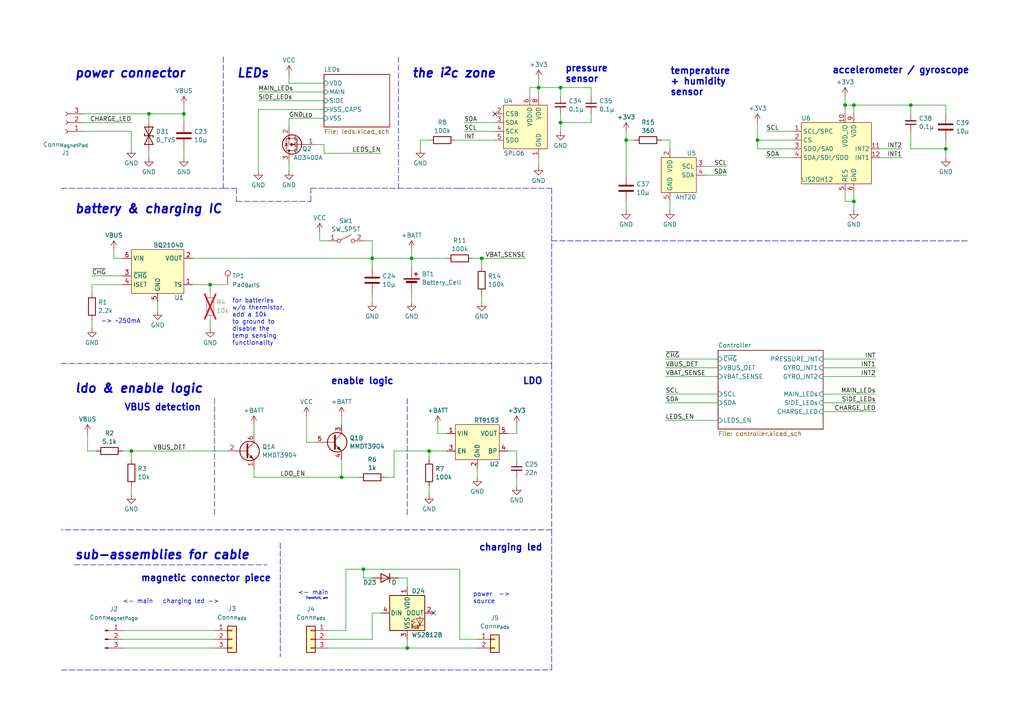
<source format=kicad_sch>
(kicad_sch (version 20230121) (generator eeschema)
  (paper "A4")
  (title_block (title "Self contained addressible RGB ring for 3M 501") (date "2024-01-08") (rev "r0.1") (company "xenua"))
  (lib_symbols
    (symbol "Connector:Conn_01x03_Pin" (pin_names (offset 1.016) hide)
      (property "Reference" "J" (at 0 5.08 0))
      (property "Value" "Conn_01x03_Pin" (at 0 -5.08 0))
      (symbol "Conn_01x03_Pin_1_1"
        (polyline (pts (xy 1.27 -2.54) (xy 0.8636 -2.54)) (stroke (width 0.1524)))
        (polyline (pts (xy 1.27 0) (xy 0.8636 0)) (stroke (width 0.1524)))
        (polyline (pts (xy 1.27 2.54) (xy 0.8636 2.54)) (stroke (width 0.1524)))
        (rectangle (start 0.8636 -2.413) (end 0 -2.667) (stroke (width 0.1524)) (fill (type outline)))
        (rectangle (start 0.8636 0.127) (end 0 -0.127) (stroke (width 0.1524)) (fill (type outline)))
        (rectangle (start 0.8636 2.667) (end 0 2.413) (stroke (width 0.1524)) (fill (type outline)))
        (pin passive line (at 5.08 2.54 180) (length 3.81) (name "Pin_1") (number "1"))
        (pin passive line (at 5.08 0 180) (length 3.81) (name "Pin_2") (number "2"))
        (pin passive line (at 5.08 -2.54 180) (length 3.81) (name "Pin_3") (number "3"))
      )
    )
    (symbol "Connector:Conn_01x03_Socket" (pin_names (offset 1.016) hide)
      (property "Reference" "J" (at 0 5.08 0))
      (property "Value" "Conn_01x03_Socket" (at 0 -5.08 0))
      (symbol "Conn_01x03_Socket_1_1"
        (arc (start 0 -2.032) (mid -0.5058 -2.54) (end 0 -3.048) (stroke (width 0.1524)))
        (polyline (pts (xy -1.27 -2.54) (xy -0.508 -2.54)) (stroke (width 0.1524)))
        (polyline (pts (xy -1.27 0) (xy -0.508 0)) (stroke (width 0.1524)))
        (polyline (pts (xy -1.27 2.54) (xy -0.508 2.54)) (stroke (width 0.1524)))
        (arc (start 0 0.508) (mid -0.5058 0) (end 0 -0.508) (stroke (width 0.1524)))
        (arc (start 0 3.048) (mid -0.5058 2.54) (end 0 2.032) (stroke (width 0.1524)))
        (pin passive line (at -5.08 2.54 0) (length 3.81) (name "Pin_1") (number "1"))
        (pin passive line (at -5.08 0 0) (length 3.81) (name "Pin_2") (number "2"))
        (pin passive line (at -5.08 -2.54 0) (length 3.81) (name "Pin_3") (number "3"))
      )
    )
    (symbol "Connector:TestPoint" (pin_numbers hide) (pin_names (offset 0.762) hide)
      (property "Reference" "TP" (at 0 6.858 0))
      (property "Value" "TestPoint" (at 0 5.08 0))
      (symbol "TestPoint_0_1"
        (circle (center 0 3.302) (radius 0.762))
      )
      (symbol "TestPoint_1_1"
        (pin passive line (at 0 0 90) (length 2.54) (name "1") (number "1"))
      )
    )
    (symbol "Connector_Generic:Conn_01x02" (pin_names (offset 1.016) hide)
      (property "Reference" "J" (at 0 2.54 0))
      (property "Value" "Conn_01x02" (at 0 -5.08 0))
      (symbol "Conn_01x02_1_1"
        (rectangle (start -1.27 -2.413) (end 0 -2.667) (stroke (width 0.1524)))
        (rectangle (start -1.27 0.127) (end 0 -0.127) (stroke (width 0.1524)))
        (rectangle (start -1.27 1.27) (end 1.27 -3.81) (stroke (width 0.254)) (fill (type background)))
        (pin passive line (at -5.08 0 0) (length 3.81) (name "Pin_1") (number "1"))
        (pin passive line (at -5.08 -2.54 0) (length 3.81) (name "Pin_2") (number "2"))
      )
    )
    (symbol "Connector_Generic:Conn_01x03" (pin_names (offset 1.016) hide)
      (property "Reference" "J" (at 0 5.08 0))
      (property "Value" "Conn_01x03" (at 0 -5.08 0))
      (symbol "Conn_01x03_1_1"
        (rectangle (start -1.27 -2.413) (end 0 -2.667) (stroke (width 0.1524)))
        (rectangle (start -1.27 0.127) (end 0 -0.127) (stroke (width 0.1524)))
        (rectangle (start -1.27 2.667) (end 0 2.413) (stroke (width 0.1524)))
        (rectangle (start -1.27 3.81) (end 1.27 -3.81) (stroke (width 0.254)) (fill (type background)))
        (pin passive line (at -5.08 2.54 0) (length 3.81) (name "Pin_1") (number "1"))
        (pin passive line (at -5.08 0 0) (length 3.81) (name "Pin_2") (number "2"))
        (pin passive line (at -5.08 -2.54 0) (length 3.81) (name "Pin_3") (number "3"))
      )
    )
    (symbol "Device:Battery_Cell" (pin_numbers hide) (pin_names (offset 0) hide)
      (property "Reference" "BT" (at 2.54 2.54 0))
      (property "Value" "Battery_Cell" (at 2.54 0 0))
      (symbol "Battery_Cell_0_1"
        (rectangle (start -2.286 1.778) (end 2.286 1.524) (fill (type outline)))
        (rectangle (start -1.524 1.016) (end 1.524 0.508) (fill (type outline)))
        (polyline (pts (xy 0 0.762) (xy 0 0)))
        (polyline (pts (xy 0 1.778) (xy 0 2.54)))
        (polyline (pts (xy 0.762 3.048) (xy 1.778 3.048)) (stroke (width 0.254)))
        (polyline (pts (xy 1.27 3.556) (xy 1.27 2.54)) (stroke (width 0.254)))
      )
      (symbol "Battery_Cell_1_1"
        (pin passive line (at 0 5.08 270) (length 2.54) (name "+") (number "1"))
        (pin passive line (at 0 -2.54 90) (length 2.54) (name "-") (number "2"))
      )
    )
    (symbol "Device:C" (pin_numbers hide) (pin_names (offset 0.254))
      (property "Reference" "C" (at 0.635 2.54 0))
      (property "Value" "C" (at 0.635 -2.54 0))
      (symbol "C_0_1"
        (polyline (pts (xy -2.032 -0.762) (xy 2.032 -0.762)) (stroke (width 0.508)))
        (polyline (pts (xy -2.032 0.762) (xy 2.032 0.762)) (stroke (width 0.508)))
      )
      (symbol "C_1_1"
        (pin passive line (at 0 3.81 270) (length 2.794) (name "~") (number "1"))
        (pin passive line (at 0 -3.81 90) (length 2.794) (name "~") (number "2"))
      )
    )
    (symbol "Device:C_Small" (pin_numbers hide) (pin_names (offset 0.254) hide)
      (property "Reference" "C" (at 0.254 1.778 0))
      (property "Value" "C_Small" (at 0.254 -2.032 0))
      (symbol "C_Small_0_1"
        (polyline (pts (xy -1.524 -0.508) (xy 1.524 -0.508)) (stroke (width 0.3302)))
        (polyline (pts (xy -1.524 0.508) (xy 1.524 0.508)) (stroke (width 0.3048)))
      )
      (symbol "C_Small_1_1"
        (pin passive line (at 0 2.54 270) (length 2.032) (name "~") (number "1"))
        (pin passive line (at 0 -2.54 90) (length 2.032) (name "~") (number "2"))
      )
    )
    (symbol "Device:D" (pin_numbers hide) (pin_names (offset 1.016) hide)
      (property "Reference" "D" (at 0 2.54 0))
      (property "Value" "D" (at 0 -2.54 0))
      (symbol "D_0_1"
        (polyline (pts (xy -1.27 1.27) (xy -1.27 -1.27)) (stroke (width 0.254)))
        (polyline (pts (xy 1.27 0) (xy -1.27 0)))
        (polyline (pts (xy 1.27 1.27) (xy 1.27 -1.27) (xy -1.27 0) (xy 1.27 1.27)) (stroke (width 0.254)))
      )
      (symbol "D_1_1"
        (pin passive line (at -3.81 0 0) (length 2.54) (name "K") (number "1"))
        (pin passive line (at 3.81 0 180) (length 2.54) (name "A") (number "2"))
      )
    )
    (symbol "Device:D_TVS" (pin_numbers hide) (pin_names (offset 1.016) hide)
      (property "Reference" "D" (at 0 2.54 0))
      (property "Value" "D_TVS" (at 0 -2.54 0))
      (symbol "D_TVS_0_1"
        (polyline (pts (xy 1.27 0) (xy -1.27 0)))
        (polyline (pts (xy 0.508 1.27) (xy 0 1.27) (xy 0 -1.27) (xy -0.508 -1.27)) (stroke (width 0.254)))
        (polyline (pts (xy -2.54 1.27) (xy -2.54 -1.27) (xy 2.54 1.27) (xy 2.54 -1.27) (xy -2.54 1.27)) (stroke (width 0.254)))
      )
      (symbol "D_TVS_1_1"
        (pin passive line (at -3.81 0 0) (length 2.54) (name "A1") (number "1"))
        (pin passive line (at 3.81 0 180) (length 2.54) (name "A2") (number "2"))
      )
    )
    (symbol "Device:R" (pin_numbers hide) (pin_names (offset 0))
      (property "Reference" "R" (at 2.032 0 90))
      (property "Value" "R" (at 0 0 90))
      (symbol "R_0_1"
        (rectangle (start -1.016 -2.54) (end 1.016 2.54) (stroke (width 0.254)))
      )
      (symbol "R_1_1"
        (pin passive line (at 0 3.81 270) (length 1.27) (name "~") (number "1"))
        (pin passive line (at 0 -3.81 90) (length 1.27) (name "~") (number "2"))
      )
    )
    (symbol "LED:WS2812B" (pin_names (offset 0.254))
      (property "Reference" "D" (at 5.08 5.715 0))
      (property "Value" "WS2812B" (at 1.27 -5.715 0))
      (symbol "WS2812B_0_0"
        (text "RGB" (at 2.286 -4.191 0) (effects (font (size 0.762 0.762))))
      )
      (symbol "WS2812B_0_1"
        (polyline (pts (xy 1.27 -3.556) (xy 1.778 -3.556)))
        (polyline (pts (xy 1.27 -2.54) (xy 1.778 -2.54)))
        (polyline (pts (xy 4.699 -3.556) (xy 2.667 -3.556)))
        (polyline (pts (xy 2.286 -2.54) (xy 1.27 -3.556) (xy 1.27 -3.048)))
        (polyline (pts (xy 2.286 -1.524) (xy 1.27 -2.54) (xy 1.27 -2.032)))
        (polyline (pts (xy 3.683 -1.016) (xy 3.683 -3.556) (xy 3.683 -4.064)))
        (polyline (pts (xy 4.699 -1.524) (xy 2.667 -1.524) (xy 3.683 -3.556) (xy 4.699 -1.524)))
        (rectangle (start 5.08 5.08) (end -5.08 -5.08) (stroke (width 0.254)) (fill (type background)))
      )
      (symbol "WS2812B_1_1"
        (pin power_in line (at 0 7.62 270) (length 2.54) (name "VDD") (number "1"))
        (pin output line (at 7.62 0 180) (length 2.54) (name "DOUT") (number "2"))
        (pin power_in line (at 0 -7.62 90) (length 2.54) (name "VSS") (number "3"))
        (pin input line (at -7.62 0 0) (length 2.54) (name "DIN") (number "4"))
      )
    )
    (symbol "Switch:SW_SPST" (pin_names (offset 0) hide)
      (property "Reference" "SW" (at 0 3.175 0))
      (property "Value" "SW_SPST" (at 0 -2.54 0))
      (symbol "SW_SPST_0_0"
        (circle (center -2.032 0) (radius 0.508))
        (polyline (pts (xy -1.524 0.254) (xy 1.524 1.778)))
        (circle (center 2.032 0) (radius 0.508))
      )
      (symbol "SW_SPST_1_1"
        (pin passive line (at -5.08 0 0) (length 2.54) (name "A") (number "1"))
        (pin passive line (at 5.08 0 180) (length 2.54) (name "B") (number "2"))
      )
    )
    (symbol "Transistor_BJT:MMDT3904" (pin_names (offset 0) hide)
      (property "Reference" "Q" (at 5.08 1.27 0))
      (property "Value" "MMDT3904" (at 5.08 -1.27 0))
      (symbol "MMDT3904_0_1"
        (polyline (pts (xy 0.635 0) (xy -2.54 0)))
        (polyline (pts (xy 0.635 0.635) (xy 2.54 2.54)))
        (polyline (pts (xy 0.635 -0.635) (xy 2.54 -2.54) (xy 2.54 -2.54)))
        (polyline (pts (xy 0.635 1.905) (xy 0.635 -1.905) (xy 0.635 -1.905)) (stroke (width 0.508)))
        (polyline (pts (xy 1.27 -1.778) (xy 1.778 -1.27) (xy 2.286 -2.286) (xy 1.27 -1.778) (xy 1.27 -1.778)) (fill (type outline)))
        (circle (center 1.27 0) (radius 2.8194) (stroke (width 0.254)))
      )
      (symbol "MMDT3904_1_1"
        (pin passive line (at 2.54 -5.08 90) (length 2.54) (name "E1") (number "1"))
        (pin input line (at -5.08 0 0) (length 2.54) (name "B1") (number "2"))
        (pin passive line (at 2.54 5.08 270) (length 2.54) (name "C1") (number "6"))
      )
      (symbol "MMDT3904_2_1"
        (pin passive line (at 2.54 5.08 270) (length 2.54) (name "C2") (number "3"))
        (pin passive line (at 2.54 -5.08 90) (length 2.54) (name "E2") (number "4"))
        (pin input line (at -5.08 0 0) (length 2.54) (name "B2") (number "5"))
      )
    )
    (symbol "Transistor_FET:AO3400A" (pin_names hide)
      (property "Reference" "Q" (at 5.08 1.905 0))
      (property "Value" "AO3400A" (at 5.08 0 0))
      (symbol "AO3400A_0_1"
        (polyline (pts (xy 0.254 0) (xy -2.54 0)))
        (polyline (pts (xy 0.254 1.905) (xy 0.254 -1.905)) (stroke (width 0.254)))
        (polyline (pts (xy 0.762 -1.27) (xy 0.762 -2.286)) (stroke (width 0.254)))
        (polyline (pts (xy 0.762 0.508) (xy 0.762 -0.508)) (stroke (width 0.254)))
        (polyline (pts (xy 0.762 2.286) (xy 0.762 1.27)) (stroke (width 0.254)))
        (polyline (pts (xy 2.54 2.54) (xy 2.54 1.778)))
        (polyline (pts (xy 2.54 -2.54) (xy 2.54 0) (xy 0.762 0)))
        (polyline (pts (xy 0.762 -1.778) (xy 3.302 -1.778) (xy 3.302 1.778) (xy 0.762 1.778)))
        (polyline (pts (xy 1.016 0) (xy 2.032 0.381) (xy 2.032 -0.381) (xy 1.016 0)) (fill (type outline)))
        (polyline (pts (xy 2.794 0.508) (xy 2.921 0.381) (xy 3.683 0.381) (xy 3.81 0.254)))
        (polyline (pts (xy 3.302 0.381) (xy 2.921 -0.254) (xy 3.683 -0.254) (xy 3.302 0.381)))
        (circle (center 1.651 0) (radius 2.794) (stroke (width 0.254)))
        (circle (center 2.54 -1.778) (radius 0.254) (fill (type outline)))
        (circle (center 2.54 1.778) (radius 0.254) (fill (type outline)))
      )
      (symbol "AO3400A_1_1"
        (pin input line (at -5.08 0 0) (length 2.54) (name "G") (number "1"))
        (pin passive line (at 2.54 -5.08 90) (length 2.54) (name "S") (number "2"))
        (pin passive line (at 2.54 5.08 270) (length 2.54) (name "D") (number "3"))
      )
    )
    (symbol "power:+3V3" (power) (pin_names (offset 0))
      (property "Value" "+3V3" (at 0 3.556 0))
      (symbol "+3V3_0_1"
        (polyline (pts (xy -0.762 1.27) (xy 0 2.54)))
        (polyline (pts (xy 0 0) (xy 0 2.54)))
        (polyline (pts (xy 0 2.54) (xy 0.762 1.27)))
      )
      (symbol "+3V3_1_1"
        (pin power_in line (at 0 0 90) (length 0) hide (name "+3V3") (number "1"))
      )
    )
    (symbol "power:+BATT" (power) (pin_names (offset 0))
      (property "Value" "+BATT" (at 0 3.556 0))
      (symbol "+BATT_0_1"
        (polyline (pts (xy -0.762 1.27) (xy 0 2.54)))
        (polyline (pts (xy 0 0) (xy 0 2.54)))
        (polyline (pts (xy 0 2.54) (xy 0.762 1.27)))
      )
      (symbol "+BATT_1_1"
        (pin power_in line (at 0 0 90) (length 0) hide (name "+BATT") (number "1"))
      )
    )
    (symbol "power:GND" (power) (pin_names (offset 0))
      (property "Value" "GND" (at 0 -3.81 0))
      (symbol "GND_0_1"
        (polyline (pts (xy 0 0) (xy 0 -1.27) (xy 1.27 -1.27) (xy 0 -2.54) (xy -1.27 -1.27) (xy 0 -1.27)))
      )
      (symbol "GND_1_1"
        (pin power_in line (at 0 0 270) (length 0) hide (name "GND") (number "1"))
      )
    )
    (symbol "power:VBUS" (power) (pin_names (offset 0))
      (property "Value" "VBUS" (at 0 3.81 0))
      (symbol "VBUS_0_1"
        (polyline (pts (xy -0.762 1.27) (xy 0 2.54)))
        (polyline (pts (xy 0 0) (xy 0 2.54)))
        (polyline (pts (xy 0 2.54) (xy 0.762 1.27)))
      )
      (symbol "VBUS_1_1"
        (pin power_in line (at 0 0 90) (length 0) hide (name "VBUS") (number "1"))
      )
    )
    (symbol "power:VCC" (power) (pin_names (offset 0))
      (property "Value" "VCC" (at 0 3.81 0))
      (symbol "VCC_0_1"
        (polyline (pts (xy -0.762 1.27) (xy 0 2.54)))
        (polyline (pts (xy 0 0) (xy 0 2.54)))
        (polyline (pts (xy 0 2.54) (xy 0.762 1.27)))
      )
      (symbol "VCC_1_1"
        (pin power_in line (at 0 0 90) (length 0) hide (name "VCC") (number "1"))
      )
    )
    (symbol "xenua:AHT20"
      (property "Reference" "U" (at 5.08 6.35 0))
      (property "Value" "AHT20" (at 5.08 -6.35 0))
      (symbol "AHT20_0_1"
        (rectangle (start 3.81 -5.08) (end 3.81 -5.08))
      )
      (symbol "AHT20_1_1"
        (rectangle (start -5.08 5.08) (end 5.08 -5.08) (fill (type background)))
        (pin no_connect line (at 7.62 -2.54 180) (length 2.54) hide (name "NC") (number "1"))
        (pin power_in line (at -2.54 7.62 270) (length 2.54) (name "VDD") (number "2"))
        (pin input line (at 7.62 2.54 180) (length 2.54) (name "SCL") (number "3"))
        (pin input line (at 7.62 0 180) (length 2.54) (name "SDA") (number "4"))
        (pin power_in line (at -2.54 -7.62 90) (length 2.54) (name "GND") (number "5"))
        (pin no_connect line (at 7.62 -2.54 180) (length 2.54) hide (name "NC") (number "6"))
      )
    )
    (symbol "xenua:BQ21040"
      (property "Reference" "U" (at 7.62 -7.62 0))
      (property "Value" "BQ21040" (at 7.62 7.62 0))
      (symbol "BQ21040_1_1"
        (rectangle (start -7.62 6.35) (end 7.62 -6.35) (fill (type background)))
        (pin input line (at 10.16 -3.81 180) (length 2.54) (name "TS") (number "1"))
        (pin power_out line (at 10.16 3.81 180) (length 2.54) (name "VOUT") (number "2"))
        (pin output line (at -10.16 -1.27 0) (length 2.54) (name "~{CHG}") (number "3"))
        (pin input line (at -10.16 -3.81 0) (length 2.54) (name "ISET") (number "4"))
        (pin power_in line (at 0 -8.89 90) (length 2.54) (name "GND") (number "5"))
        (pin power_in line (at -10.16 3.81 0) (length 2.54) (name "VIN") (number "6"))
      )
    )
    (symbol "xenua:LIS2DH12"
      (property "Reference" "U" (at 0 1.27 0))
      (property "Value" "LIS2DH12" (at 0 -16.51 0))
      (symbol "LIS2DH12_1_1"
        (rectangle (start 0 0) (end 20.32 -17.78) (fill (type background)))
        (pin input line (at -2.54 -2.54 0) (length 2.54) (name "SCL/SPC") (number "1"))
        (pin power_in line (at 12.7 2.54 270) (length 2.54) (name "VDD_IO") (number "10"))
        (pin output line (at 22.86 -7.62 180) (length 2.54) (name "INT2") (number "11"))
        (pin output line (at 22.86 -10.16 180) (length 2.54) (name "INT1") (number "12"))
        (pin input line (at -2.54 -5.08 0) (length 2.54) (name "CS") (number "2"))
        (pin bidirectional line (at -2.54 -7.62 0) (length 2.54) (name "SDO/SA0") (number "3"))
        (pin bidirectional line (at -2.54 -10.16 0) (length 2.54) (name "SDA/SDI/SDO") (number "4"))
        (pin bidirectional line (at 12.7 -20.32 90) (length 2.54) (name "RES") (number "5"))
        (pin power_in line (at 15.24 -20.32 90) (length 2.54) (name "GND") (number "6"))
        (pin power_in line (at 15.24 -20.32 90) (length 2.54) hide (name "GND") (number "7"))
        (pin power_in line (at 15.24 -20.32 90) (length 2.54) hide (name "GND") (number "8"))
        (pin power_in line (at 15.24 2.54 270) (length 2.54) (name "VDD") (number "9"))
      )
    )
    (symbol "xenua:RT9193"
      (property "Reference" "U" (at 6.35 -6.35 0))
      (property "Value" "RT9193" (at 6.35 6.35 0))
      (symbol "RT9193_1_1"
        (rectangle (start -6.35 5.08) (end 6.35 -5.08) (fill (type background)))
        (pin power_in line (at -8.89 2.54 0) (length 2.54) (name "VIN") (number "1"))
        (pin power_in line (at 0 -7.62 90) (length 2.54) (name "GND") (number "2"))
        (pin input line (at -8.89 -2.54 0) (length 2.54) (name "EN") (number "3"))
        (pin output line (at 8.89 -2.54 180) (length 2.54) (name "BP") (number "4"))
        (pin power_out line (at 8.89 2.54 180) (length 2.54) (name "VOUT") (number "5"))
      )
    )
    (symbol "xenua:SPL06"
      (property "Reference" "U" (at -6.35 7.62 0))
      (property "Value" "SPL06" (at -6.35 -7.62 0))
      (symbol "SPL06_1_1"
        (rectangle (start -6.35 6.35) (end 6.35 -6.35) (fill (type background)))
        (pin power_in line (at 3.81 -8.89 90) (length 2.54) (name "GND") (number "1"))
        (pin input line (at -8.89 3.81 0) (length 2.54) (name "CSB") (number "2"))
        (pin input line (at -8.89 1.27 0) (length 2.54) (name "SDA") (number "3"))
        (pin input line (at -8.89 -1.27 0) (length 2.54) (name "SCK") (number "4"))
        (pin bidirectional line (at -8.89 -3.81 0) (length 2.54) (name "SDO") (number "5"))
        (pin power_in line (at 1.27 8.89 270) (length 2.54) (name "VDDIO") (number "6"))
        (pin power_in line (at 3.81 -8.89 90) (length 2.54) hide (name "GND") (number "7"))
        (pin power_in line (at 3.81 8.89 270) (length 2.54) (name "VDD") (number "8"))
      )
    )
  )
  (junction (at 99.06 138.43))
  (junction (at 219.71 40.64))
  (junction (at 264.16 30.48))
  (junction (at 118.11 187.96))
  (junction (at 274.32 43.18))
  (junction (at 245.11 30.48))
  (junction (at 162.56 35.56))
  (junction (at 162.56 25.4))
  (junction (at 247.65 30.48))
  (junction (at 139.7 74.93))
  (junction (at 43.18 33.02))
  (junction (at 38.1 130.81))
  (junction (at 60.96 82.55))
  (junction (at 181.61 40.64))
  (junction (at 119.38 74.93))
  (junction (at 107.95 74.93))
  (junction (at 124.46 130.81))
  (junction (at 156.21 25.4))
  (junction (at 247.65 58.42))
  (junction (at 105.41 165.1))
  (junction (at 53.34 33.02))
  (no_connect (at 125.73 177.8))
  (no_connect (at 143.51 33.02))
  (wire (pts (xy 149.86 123.19) (xy 149.86 125.73)))
  (wire (pts (xy 83.82 34.29) (xy 93.98 34.29)))
  (wire (pts (xy 149.86 130.81) (xy 147.32 130.81)))
  (polyline (pts (xy 81.28 157.48) (xy 81.28 190.5)) (stroke (width 0) (type dash)))
  (wire (pts (xy 83.82 36.83) (xy 83.82 34.29)))
  (wire (pts (xy 194.31 40.64) (xy 194.31 43.18)))
  (wire (pts (xy 238.76 119.38) (xy 254 119.38)))
  (wire (pts (xy 92.71 67.31) (xy 92.71 69.85)))
  (wire (pts (xy 35.56 74.93) (xy 33.02 74.93)))
  (polyline (pts (xy 160.02 54.61) (xy 160.02 105.41)) (stroke (width 0) (type dash)))
  (wire (pts (xy 93.98 41.91) (xy 93.98 44.45)))
  (wire (pts (xy 204.47 50.8) (xy 210.82 50.8)))
  (wire (pts (xy 25.4 125.73) (xy 25.4 130.81)))
  (wire (pts (xy 139.7 74.93) (xy 137.16 74.93)))
  (wire (pts (xy 162.56 35.56) (xy 162.56 38.1)))
  (wire (pts (xy 181.61 40.64) (xy 184.15 40.64)))
  (polyline (pts (xy 90.17 54.61) (xy 115.57 54.61)) (stroke (width 0) (type dash)))
  (wire (pts (xy 264.16 43.18) (xy 274.32 43.18)))
  (wire (pts (xy 35.56 82.55) (xy 26.67 82.55)))
  (wire (pts (xy 107.95 74.93) (xy 107.95 69.85)))
  (wire (pts (xy 53.34 33.02) (xy 53.34 35.56)))
  (wire (pts (xy 107.95 85.09) (xy 107.95 87.63)))
  (wire (pts (xy 193.04 116.84) (xy 208.28 116.84)))
  (wire (pts (xy 219.71 35.56) (xy 219.71 40.64)))
  (polyline (pts (xy 90.17 58.42) (xy 90.17 54.61)) (stroke (width 0) (type dash)))
  (polyline (pts (xy 17.78 54.61) (xy 64.77 54.61)) (stroke (width 0) (type dash)))
  (wire (pts (xy 162.56 35.56) (xy 171.45 35.56)))
  (wire (pts (xy 238.76 116.84) (xy 254 116.84)))
  (wire (pts (xy 162.56 33.02) (xy 162.56 35.56)))
  (wire (pts (xy 124.46 130.81) (xy 124.46 133.35)))
  (wire (pts (xy 73.66 123.19) (xy 73.66 125.73)))
  (wire (pts (xy 83.82 21.59) (xy 83.82 24.13)))
  (wire (pts (xy 193.04 104.14) (xy 208.28 104.14)))
  (wire (pts (xy 264.16 30.48) (xy 264.16 33.02)))
  (wire (pts (xy 171.45 25.4) (xy 162.56 25.4)))
  (wire (pts (xy 162.56 25.4) (xy 156.21 25.4)))
  (wire (pts (xy 156.21 25.4) (xy 156.21 27.94)))
  (wire (pts (xy 24.13 33.02) (xy 43.18 33.02)))
  (wire (pts (xy 74.93 29.21) (xy 93.98 29.21)))
  (wire (pts (xy 119.38 85.09) (xy 119.38 87.63)))
  (wire (pts (xy 194.31 58.42) (xy 194.31 60.96)))
  (wire (pts (xy 124.46 40.64) (xy 121.92 40.64)))
  (wire (pts (xy 93.98 44.45) (xy 110.49 44.45)))
  (polyline (pts (xy 118.11 115.57) (xy 118.11 149.86)) (stroke (width 0) (type dash)))
  (wire (pts (xy 193.04 109.22) (xy 208.28 109.22)))
  (wire (pts (xy 26.67 82.55) (xy 26.67 85.09)))
  (wire (pts (xy 83.82 46.99) (xy 83.82 49.53)))
  (wire (pts (xy 91.44 41.91) (xy 93.98 41.91)))
  (wire (pts (xy 245.11 55.88) (xy 245.11 58.42)))
  (wire (pts (xy 74.93 31.75) (xy 74.93 49.53)))
  (wire (pts (xy 100.33 165.1) (xy 105.41 165.1)))
  (wire (pts (xy 107.95 177.8) (xy 110.49 177.8)))
  (wire (pts (xy 181.61 38.1) (xy 181.61 40.64)))
  (wire (pts (xy 139.7 74.93) (xy 152.4 74.93)))
  (wire (pts (xy 274.32 33.02) (xy 274.32 30.48)))
  (wire (pts (xy 38.1 130.81) (xy 38.1 133.35)))
  (wire (pts (xy 139.7 85.09) (xy 139.7 87.63)))
  (wire (pts (xy 60.96 92.71) (xy 60.96 95.25)))
  (polyline (pts (xy 160.02 69.85) (xy 280.67 69.85)) (stroke (width 0) (type dash)))
  (wire (pts (xy 156.21 22.86) (xy 156.21 25.4)))
  (wire (pts (xy 274.32 43.18) (xy 274.32 40.64)))
  (wire (pts (xy 95.25 182.88) (xy 100.33 182.88)))
  (wire (pts (xy 53.34 45.72) (xy 53.34 43.18)))
  (wire (pts (xy 149.86 138.43) (xy 149.86 140.97)))
  (wire (pts (xy 115.57 167.64) (xy 118.11 167.64)))
  (wire (pts (xy 238.76 109.22) (xy 254 109.22)))
  (wire (pts (xy 60.96 85.09) (xy 60.96 82.55)))
  (wire (pts (xy 191.77 40.64) (xy 194.31 40.64)))
  (wire (pts (xy 95.25 187.96) (xy 118.11 187.96)))
  (polyline (pts (xy 68.58 54.61) (xy 68.58 58.42)) (stroke (width 0) (type dash)))
  (wire (pts (xy 171.45 33.02) (xy 171.45 35.56)))
  (wire (pts (xy 134.62 35.56) (xy 143.51 35.56)))
  (wire (pts (xy 119.38 74.93) (xy 119.38 77.47)))
  (polyline (pts (xy 115.57 54.61) (xy 133.35 54.61)) (stroke (width 0) (type dash)))
  (wire (pts (xy 238.76 106.68) (xy 254 106.68)))
  (polyline (pts (xy 115.57 16.51) (xy 115.57 54.61)) (stroke (width 0) (type dash)))
  (wire (pts (xy 247.65 58.42) (xy 247.65 60.96)))
  (wire (pts (xy 132.08 40.64) (xy 143.51 40.64)))
  (wire (pts (xy 147.32 125.73) (xy 149.86 125.73)))
  (wire (pts (xy 99.06 138.43) (xy 104.14 138.43)))
  (wire (pts (xy 247.65 30.48) (xy 264.16 30.48)))
  (wire (pts (xy 35.56 185.42) (xy 62.23 185.42)))
  (wire (pts (xy 107.95 185.42) (xy 95.25 185.42)))
  (wire (pts (xy 53.34 30.48) (xy 53.34 33.02)))
  (wire (pts (xy 222.25 38.1) (xy 229.87 38.1)))
  (wire (pts (xy 38.1 140.97) (xy 38.1 143.51)))
  (wire (pts (xy 153.67 27.94) (xy 153.67 25.4)))
  (wire (pts (xy 204.47 48.26) (xy 210.82 48.26)))
  (wire (pts (xy 38.1 38.1) (xy 24.13 38.1)))
  (wire (pts (xy 73.66 135.89) (xy 73.66 138.43)))
  (wire (pts (xy 100.33 182.88) (xy 100.33 165.1)))
  (wire (pts (xy 25.4 130.81) (xy 27.94 130.81)))
  (wire (pts (xy 43.18 33.02) (xy 53.34 33.02)))
  (polyline (pts (xy 133.35 54.61) (xy 160.02 54.61)) (stroke (width 0) (type dash)))
  (wire (pts (xy 247.65 58.42) (xy 247.65 55.88)))
  (wire (pts (xy 222.25 45.72) (xy 229.87 45.72)))
  (wire (pts (xy 134.62 38.1) (xy 143.51 38.1)))
  (wire (pts (xy 24.13 35.56) (xy 38.1 35.56)))
  (wire (pts (xy 60.96 82.55) (xy 66.04 82.55)))
  (wire (pts (xy 181.61 40.64) (xy 181.61 50.8)))
  (wire (pts (xy 45.72 90.17) (xy 45.72 87.63)))
  (polyline (pts (xy 62.23 115.57) (xy 62.23 149.86)) (stroke (width 0) (type dash)))
  (wire (pts (xy 43.18 43.18) (xy 43.18 45.72)))
  (wire (pts (xy 26.67 92.71) (xy 26.67 95.25)))
  (wire (pts (xy 247.65 30.48) (xy 245.11 30.48)))
  (wire (pts (xy 245.11 58.42) (xy 247.65 58.42)))
  (wire (pts (xy 127 125.73) (xy 129.54 125.73)))
  (wire (pts (xy 35.56 182.88) (xy 62.23 182.88)))
  (wire (pts (xy 35.56 187.96) (xy 62.23 187.96)))
  (wire (pts (xy 107.95 74.93) (xy 107.95 77.47)))
  (wire (pts (xy 107.95 167.64) (xy 105.41 167.64)))
  (wire (pts (xy 118.11 187.96) (xy 138.43 187.96)))
  (wire (pts (xy 38.1 130.81) (xy 66.04 130.81)))
  (wire (pts (xy 105.41 69.85) (xy 107.95 69.85)))
  (wire (pts (xy 229.87 40.64) (xy 219.71 40.64)))
  (polyline (pts (xy 64.77 16.51) (xy 64.77 54.61)) (stroke (width 0) (type dash)))
  (wire (pts (xy 121.92 40.64) (xy 121.92 43.18)))
  (polyline (pts (xy 17.78 105.41) (xy 160.02 105.41)) (stroke (width 0) (type dash)))
  (wire (pts (xy 153.67 25.4) (xy 156.21 25.4)))
  (polyline (pts (xy 64.77 54.61) (xy 68.58 54.61)) (stroke (width 0) (type dash)))
  (polyline (pts (xy 68.58 58.42) (xy 90.17 58.42)) (stroke (width 0) (type dash)))
  (wire (pts (xy 107.95 74.93) (xy 119.38 74.93)))
  (wire (pts (xy 274.32 43.18) (xy 274.32 45.72)))
  (wire (pts (xy 107.95 177.8) (xy 107.95 185.42)))
  (wire (pts (xy 219.71 43.18) (xy 219.71 40.64)))
  (wire (pts (xy 162.56 25.4) (xy 162.56 27.94)))
  (wire (pts (xy 193.04 121.92) (xy 208.28 121.92)))
  (wire (pts (xy 93.98 31.75) (xy 74.93 31.75)))
  (wire (pts (xy 264.16 30.48) (xy 274.32 30.48)))
  (wire (pts (xy 74.93 26.67) (xy 93.98 26.67)))
  (wire (pts (xy 255.27 45.72) (xy 261.62 45.72)))
  (polyline (pts (xy 160.02 105.41) (xy 160.02 153.67)) (stroke (width 0) (type dash)))
  (wire (pts (xy 219.71 43.18) (xy 229.87 43.18)))
  (wire (pts (xy 193.04 114.3) (xy 208.28 114.3)))
  (wire (pts (xy 138.43 135.89) (xy 138.43 138.43)))
  (polyline (pts (xy 17.78 194.31) (xy 160.02 194.31)) (stroke (width 0) (type dash)))
  (polyline (pts (xy 160.02 194.31) (xy 160.02 153.67)) (stroke (width 0) (type dash)))
  (wire (pts (xy 238.76 104.14) (xy 254 104.14)))
  (wire (pts (xy 119.38 72.39) (xy 119.38 74.93)))
  (wire (pts (xy 138.43 185.42) (xy 133.35 185.42)))
  (wire (pts (xy 119.38 74.93) (xy 129.54 74.93)))
  (wire (pts (xy 247.65 30.48) (xy 247.65 33.02)))
  (wire (pts (xy 156.21 45.72) (xy 156.21 48.26)))
  (polyline (pts (xy 21.59 163.83) (xy 77.47 163.83)) (stroke (width 0) (type dash)))
  (wire (pts (xy 171.45 27.94) (xy 171.45 25.4)))
  (wire (pts (xy 99.06 133.35) (xy 99.06 138.43)))
  (wire (pts (xy 264.16 38.1) (xy 264.16 43.18)))
  (wire (pts (xy 83.82 24.13) (xy 93.98 24.13)))
  (wire (pts (xy 118.11 167.64) (xy 118.11 170.18)))
  (wire (pts (xy 149.86 133.35) (xy 149.86 130.81)))
  (wire (pts (xy 114.3 138.43) (xy 114.3 130.81)))
  (polyline (pts (xy 160.02 153.67) (xy 17.78 153.67)) (stroke (width 0) (type dash)))
  (wire (pts (xy 181.61 58.42) (xy 181.61 60.96)))
  (wire (pts (xy 124.46 130.81) (xy 129.54 130.81)))
  (wire (pts (xy 105.41 165.1) (xy 133.35 165.1)))
  (wire (pts (xy 99.06 120.65) (xy 99.06 123.19)))
  (wire (pts (xy 124.46 140.97) (xy 124.46 143.51)))
  (wire (pts (xy 43.18 33.02) (xy 43.18 35.56)))
  (wire (pts (xy 255.27 43.18) (xy 261.62 43.18)))
  (wire (pts (xy 238.76 114.3) (xy 254 114.3)))
  (wire (pts (xy 245.11 33.02) (xy 245.11 30.48)))
  (wire (pts (xy 33.02 72.39) (xy 33.02 74.93)))
  (wire (pts (xy 118.11 185.42) (xy 118.11 187.96)))
  (wire (pts (xy 111.76 138.43) (xy 114.3 138.43)))
  (wire (pts (xy 245.11 27.94) (xy 245.11 30.48)))
  (wire (pts (xy 55.88 74.93) (xy 107.95 74.93)))
  (wire (pts (xy 91.44 128.27) (xy 88.9 128.27)))
  (wire (pts (xy 35.56 130.81) (xy 38.1 130.81)))
  (wire (pts (xy 73.66 138.43) (xy 99.06 138.43)))
  (wire (pts (xy 38.1 43.18) (xy 38.1 38.1)))
  (wire (pts (xy 133.35 165.1) (xy 133.35 185.42)))
  (wire (pts (xy 193.04 106.68) (xy 208.28 106.68)))
  (wire (pts (xy 92.71 69.85) (xy 95.25 69.85)))
  (wire (pts (xy 105.41 167.64) (xy 105.41 165.1)))
  (wire (pts (xy 88.9 128.27) (xy 88.9 120.65)))
  (wire (pts (xy 114.3 130.81) (xy 124.46 130.81)))
  (wire (pts (xy 26.67 80.01) (xy 35.56 80.01)))
  (wire (pts (xy 127 123.19) (xy 127 125.73)))
  (wire (pts (xy 60.96 82.55) (xy 55.88 82.55)))
  (wire (pts (xy 139.7 77.47) (xy 139.7 74.93)))
  (text "the i^{2}c zone" (at 119.38 22.86 0) (effects (font (size 2.54 2.54) (thickness 0.508) bold italic) (justify left bottom)))
  (text "LEDs" (at 68.58 22.86 0) (effects (font (size 2.54 2.54) (thickness 0.508) bold italic) (justify left bottom)))
  (text "sub-assemblies for cable" (at 21.59 162.56 0) (effects (font (size 2.54 2.54) (thickness 0.508) bold italic) (justify left bottom)))
  (text "charging led" (at 157.48 160.02 0) (effects (font (size 1.905 1.905) (thickness 0.381) bold) (justify right bottom)))
  (text "LDO" (at 157.48 111.76 0) (effects (font (size 1.905 1.905) (thickness 0.381) bold) (justify right bottom)))
  (text "enable logic" (at 114.3 111.76 0) (effects (font (size 1.905 1.905) (thickness 0.381) bold) (justify right bottom)))
  (text "-> ~250mA" (at 29.21 93.98 0) (effects (font (size 1.27 1.27)) (justify left bottom)))
  (text "<- main" (at 86.36 172.72 0) (effects (font (size 1.27 1.27)) (justify left bottom)))
  (text "for batteries\nw/o thermistor,\nadd a 10k\nto ground to\ndisable the\ntemp sensing\nfunctionality" (at 67.31 100.33 0) (effects (font (size 1.27 1.27)) (justify left bottom)))
  (text "frankfurt, am" (at 95.25 173.99 0) (effects (font (size 0.635 0.635)) (justify right bottom)))
  (text "ldo & enable logic" (at 21.59 114.3 0) (effects (font (size 2.54 2.54) (thickness 0.508) bold italic) (justify left bottom)))
  (text "magnetic connector piece" (at 78.74 168.91 0) (effects (font (size 1.905 1.905) (thickness 0.381) bold) (justify right bottom)))
  (text "pressure\nsensor" (at 163.83 24.13 0) (effects (font (size 1.905 1.905) (thickness 0.381) bold) (justify left bottom)))
  (text "temperature\n+ humidity\nsensor" (at 194.31 27.94 0) (effects (font (size 1.905 1.905) (thickness 0.381) bold) (justify left bottom)))
  (text "accelerometer / gyroscope" (at 241.3 21.59 0) (effects (font (size 1.905 1.905) (thickness 0.381) bold) (justify left bottom)))
  (text "battery & charging IC" (at 21.59 62.23 0) (effects (font (size 2.54 2.54) (thickness 0.508) bold italic) (justify left bottom)))
  (text "power  ->\nsource" (at 137.16 175.26 0) (effects (font (size 1.27 1.27)) (justify left bottom)))
  (text "<- main   charging led ->" (at 35.56 175.26 0) (effects (font (size 1.27 1.27)) (justify left bottom)))
  (text "power connector" (at 21.59 22.86 0) (effects (font (size 2.54 2.54) (thickness 0.508) bold italic) (justify left bottom)))
  (text "VBUS detection" (at 58.42 119.38 0) (effects (font (size 1.905 1.905) (thickness 0.381) bold) (justify right bottom)))
  (label "SCL" (at 134.62 38.1 0))
  (label "SDA" (at 193.04 116.84 0))
  (label "~{CHG}" (at 193.04 104.14 0))
  (label "SCL" (at 210.82 48.26 180))
  (label "GND_{LED}" (at 83.82 34.29 0))
  (label "INT1" (at 261.62 45.72 180))
  (label "LDO_EN" (at 81.28 138.43 0))
  (label "SIDE_LEDs" (at 254 116.84 180))
  (label "MAIN_LEDs" (at 74.93 26.67 0))
  (label "VBAT_SENSE" (at 193.04 109.22 0))
  (label "MAIN_LEDs" (at 254 114.3 180))
  (label "INT2" (at 261.62 43.18 180))
  (label "LEDS_EN" (at 110.49 44.45 180))
  (label "INT1" (at 254 106.68 180))
  (label "SIDE_LEDs" (at 74.93 29.21 0))
  (label "VBUS_DET" (at 193.04 106.68 0))
  (label "SDA" (at 222.25 45.72 0))
  (label "VBAT_SENSE" (at 152.4 74.93 180))
  (label "INT" (at 134.62 40.64 0))
  (label "SCL" (at 222.25 38.1 0))
  (label "INT" (at 254 104.14 180))
  (label "SCL" (at 193.04 114.3 0))
  (label "VBUS_DET" (at 44.45 130.81 0))
  (label "SDA" (at 134.62 35.56 0))
  (label "SDA" (at 210.82 50.8 180))
  (label "INT2" (at 254 109.22 180))
  (label "CHARGE_LED" (at 254 119.38 180))
  (label "LEDS_EN" (at 193.04 121.92 0))
  (label "CHARGE_LED" (at 38.1 35.56 180))
  (label "~{CHG}" (at 26.67 80.01 0))
  (symbol (lib_id "Device:R") (at 133.35 74.93 90) (unit 1)
    (property "Reference" "R11" (at 133.35 69.7697 90))
    (property "Value" "100k" (at 133.35 72.1939 90))
    (property "Footprint" "Resistor_SMD:R_0402_1005Metric" (effects hide))
  )
  (symbol (lib_id "Connector:Conn_01x03_Socket") (at 19.05 35.56 180) (unit 1)
    (property "Reference" "J1" (at 19.05 44.3342 0))
    (property "Value" "Conn_{MagnetPad}" (at 19.05 41.91 0))
    (property "Footprint" "xenua:Conn_Magnet_3p" (effects hide))
  )
  (symbol (lib_id "power:GND") (at 60.96 95.25 0) (unit 1)
    (property "Reference" "#PWR09" (effects hide))
    (property "Value" "GND" (at 60.96 99.3831 0))
  )
  (symbol (lib_id "power:+3V3") (at 181.61 38.1 0) (unit 1)
    (property "Reference" "#PWR044" (effects hide))
    (property "Value" "+3V3" (at 181.61 33.9669 0))
  )
  (symbol (lib_id "power:GND") (at 74.93 49.53 0) (unit 1)
    (property "Reference" "#PWR011" (effects hide))
    (property "Value" "GND" (at 74.93 53.6631 0))
  )
  (symbol (lib_id "power:GND") (at 38.1 143.51 0) (unit 1)
    (property "Reference" "#PWR05" (effects hide))
    (property "Value" "GND" (at 38.1 147.6431 0))
  )
  (symbol (lib_id "Device:Battery_Cell") (at 119.38 82.55 0) (unit 1)
    (property "Reference" "BT1" (at 122.301 79.4964 0) (effects (justify left)))
    (property "Value" "Battery_Cell" (at 122.301 81.9206 0) (effects (justify left)))
    (property "Footprint" "xenua:Bat_Leads" (effects hide))
  )
  (symbol (lib_id "Connector_Generic:Conn_01x03") (at 67.31 185.42 0) (unit 1)
    (property "Reference" "J3" (at 67.31 176.53 0))
    (property "Value" "Conn_{Pads}" (at 67.31 179.07 0))
    (property "Footprint" "Connector_PinHeader_2.54mm:PinHeader_1x03_P2.54mm_Vertical" (effects hide))
  )
  (symbol (lib_id "Device:C") (at 107.95 81.28 0) (unit 1)
    (property "Reference" "C24" (at 110.871 80.0679 0) (effects (justify left)))
    (property "Value" "10µ" (at 110.871 82.4921 0) (effects (justify left)))
    (property "Footprint" "Capacitor_SMD:C_0402_1005Metric" (effects hide))
  )
  (symbol (lib_id "power:GND") (at 247.65 60.96 0) (unit 1)
    (property "Reference" "#PWR049" (effects hide))
    (property "Value" "GND" (at 247.65 65.0931 0))
  )
  (symbol (lib_id "Transistor_FET:AO3400A") (at 86.36 41.91 180) (unit 1)
    (property "Reference" "Q2" (at 87.63 43.18 0) (effects (justify right)))
    (property "Value" "AO3400A" (at 85.09 45.72 0) (effects (justify right)))
    (property "Footprint" "Package_TO_SOT_SMD:SOT-23" (effects hide))
    (property "Datasheet" "http://www.aosmd.com/pdfs/datasheet/AO3400A.pdf" (effects hide))
  )
  (symbol (lib_id "Transistor_BJT:MMDT3904") (at 71.12 130.81 0) (unit 1)
    (property "Reference" "Q1" (at 75.9714 129.5979 0) (effects (justify left)))
    (property "Value" "MMDT3904" (at 75.9714 132.0221 0) (effects (justify left)))
    (property "Footprint" "Package_TO_SOT_SMD:SOT-363_SC-70-6" (effects hide))
    (property "Datasheet" "http://www.diodes.com/_files/datasheets/ds30088.pdf" (effects hide))
    (property "LCSC" "C7472870" (effects hide))
  )
  (symbol (lib_id "power:GND") (at 162.56 38.1 0) (unit 1)
    (property "Reference" "#PWR043" (effects hide))
    (property "Value" "GND" (at 162.56 42.2331 0))
  )
  (symbol (lib_id "power:GND") (at 107.95 87.63 0) (unit 1)
    (property "Reference" "#PWR017" (effects hide))
    (property "Value" "GND" (at 107.95 91.7631 0))
  )
  (symbol (lib_id "power:GND") (at 274.32 45.72 0) (unit 1)
    (property "Reference" "#PWR050" (effects hide))
    (property "Value" "GND" (at 274.32 49.8531 0))
  )
  (symbol (lib_id "power:+3V3") (at 219.71 35.56 0) (unit 1)
    (property "Reference" "#PWR047" (effects hide))
    (property "Value" "+3V3" (at 219.71 31.4269 0))
  )
  (symbol (lib_id "power:VBUS") (at 53.34 30.48 0) (unit 1)
    (property "Reference" "#PWR07" (effects hide))
    (property "Value" "VBUS" (at 53.34 26.3469 0))
  )
  (symbol (lib_id "Connector:TestPoint") (at 66.04 82.55 0) (unit 1)
    (property "Reference" "TP1" (at 67.31 80.01 0) (effects (justify left)))
    (property "Value" "Pad_{BatTS}" (at 67.31 82.55 0) (effects (justify left)))
    (property "Footprint" "TestPoint:TestPoint_Pad_D1.5mm" (effects hide))
  )
  (symbol (lib_id "Device:C") (at 274.32 36.83 0) (unit 1)
    (property "Reference" "C39" (at 277.241 35.6179 0) (effects (justify left)))
    (property "Value" "10µ" (at 277.241 38.0421 0) (effects (justify left)))
    (property "Footprint" "Capacitor_SMD:C_0402_1005Metric" (effects hide))
  )
  (symbol (lib_id "xenua:SPL06") (at 152.4 36.83 0) (unit 1)
    (property "Reference" "U4" (at 146.05 29.21 0) (effects (justify left)))
    (property "Value" "SPL06" (at 146.05 44.45 0) (effects (justify left)))
    (property "Footprint" "xenua:LGA-8_2x2.5mm_P0.65" (effects hide))
  )
  (symbol (lib_id "Switch:SW_SPST") (at 100.33 69.85 0) (unit 1)
    (property "Reference" "SW1" (at 100.33 64.0547 0))
    (property "Value" "SW_SPST" (at 100.33 66.4789 0))
    (property "Footprint" "xenua:SW_MSK12C02-HB" (effects hide))
  )
  (symbol (lib_id "power:+3V3") (at 149.86 123.19 0) (unit 1)
    (property "Reference" "#PWR038" (effects hide))
    (property "Value" "+3V3" (at 149.86 119.0569 0))
  )
  (symbol (lib_id "Device:C_Small") (at 171.45 30.48 0) (mirror y) (unit 1)
    (property "Reference" "C35" (at 173.7741 29.2742 0) (effects (justify right)))
    (property "Value" "0.1µ" (at 173.7741 31.6984 0) (effects (justify right)))
    (property "Footprint" "Capacitor_SMD:C_0402_1005Metric" (effects hide))
  )
  (symbol (lib_id "Device:C_Small") (at 264.16 35.56 180) (unit 1)
    (property "Reference" "C38" (at 266.4841 34.3415 0) (effects (justify right)))
    (property "Value" "0.1µ" (at 266.4841 36.7657 0) (effects (justify right)))
    (property "Footprint" "Capacitor_SMD:C_0402_1005Metric" (effects hide))
  )
  (symbol (lib_id "xenua:AHT20") (at 196.85 50.8 0) (unit 1)
    (property "Reference" "U5" (at 201.93 44.45 0) (effects (justify right)))
    (property "Value" "AHT20" (at 201.93 57.15 0) (effects (justify right)))
    (property "Footprint" "xenua:AHT20" (effects hide))
  )
  (symbol (lib_id "xenua:BQ21040") (at 45.72 78.74 0) (unit 1)
    (property "Reference" "U1" (at 53.34 86.36 0) (effects (justify right)))
    (property "Value" "BQ21040" (at 53.34 71.12 0) (effects (justify right)))
    (property "Footprint" "Package_TO_SOT_SMD:SOT-23-6" (effects hide))
  )
  (symbol (lib_id "Device:R") (at 128.27 40.64 90) (unit 1)
    (property "Reference" "R8" (at 128.27 35.4797 90))
    (property "Value" "100k" (at 128.27 37.9039 90))
    (property "Footprint" "Resistor_SMD:R_0402_1005Metric" (effects hide))
  )
  (symbol (lib_id "Device:D") (at 111.76 167.64 180) (unit 1)
    (property "Reference" "D23" (at 109.22 168.91 0) (effects (justify left)))
    (property "Value" "D" (at 114.3 168.91 0))
    (property "Footprint" "xenua:1N4148" (effects hide))
    (property "Sim.Device" "D" (effects hide))
    (property "Sim.Pins" "1=K 2=A" (effects hide))
  )
  (symbol (lib_id "power:+BATT") (at 73.66 123.19 0) (unit 1)
    (property "Reference" "#PWR010" (effects hide))
    (property "Value" "+BATT" (at 73.66 119.0569 0))
  )
  (symbol (lib_id "power:GND") (at 38.1 43.18 0) (unit 1)
    (property "Reference" "#PWR04" (effects hide))
    (property "Value" "GND" (at 38.1 47.3131 0))
  )
  (symbol (lib_id "power:GND") (at 83.82 49.53 0) (unit 1)
    (property "Reference" "#PWR013" (effects hide))
    (property "Value" "GND" (at 83.82 53.6631 0))
  )
  (symbol (lib_id "power:+BATT") (at 119.38 72.39 0) (unit 1)
    (property "Reference" "#PWR018" (effects hide))
    (property "Value" "+BATT" (at 119.38 68.2569 0))
  )
  (symbol (lib_id "power:GND") (at 138.43 138.43 0) (unit 1)
    (property "Reference" "#PWR023" (effects hide))
    (property "Value" "GND" (at 138.43 142.5631 0))
  )
  (symbol (lib_id "Transistor_BJT:MMDT3904") (at 96.52 128.27 0) (unit 2)
    (property "Reference" "Q1" (at 101.3714 127.0579 0) (effects (justify left)))
    (property "Value" "MMDT3904" (at 101.3714 129.4821 0) (effects (justify left)))
    (property "Footprint" "Package_TO_SOT_SMD:SOT-363_SC-70-6" (effects hide))
    (property "Datasheet" "http://www.diodes.com/_files/datasheets/ds30088.pdf" (effects hide))
    (property "LCSC" "C7472870" (effects hide))
  )
  (symbol (lib_id "Device:R") (at 26.67 88.9 0) (unit 1)
    (property "Reference" "R1" (at 28.448 87.6879 0) (effects (justify left)))
    (property "Value" "2.2k" (at 28.448 90.1121 0) (effects (justify left)))
    (property "Footprint" "Resistor_SMD:R_0402_1005Metric" (effects hide))
  )
  (symbol (lib_id "power:VBUS") (at 33.02 72.39 0) (unit 1)
    (property "Reference" "#PWR03" (effects hide))
    (property "Value" "VBUS" (at 33.02 68.2569 0))
  )
  (symbol (lib_id "power:GND") (at 26.67 95.25 0) (unit 1)
    (property "Reference" "#PWR02" (effects hide))
    (property "Value" "GND" (at 26.67 99.3831 0))
  )
  (symbol (lib_id "Device:C") (at 53.34 39.37 0) (unit 1)
    (property "Reference" "C23" (at 56.261 38.1579 0) (effects (justify left)))
    (property "Value" "10µ" (at 56.261 40.5821 0) (effects (justify left)))
    (property "Footprint" "Capacitor_SMD:C_0402_1005Metric" (effects hide))
  )
  (symbol (lib_id "power:GND") (at 45.72 90.17 0) (unit 1)
    (property "Reference" "#PWR06" (effects hide))
    (property "Value" "GND" (at 45.72 94.3031 0))
  )
  (symbol (lib_id "Device:R") (at 60.96 88.9 0) (unit 1) (dnp yes)
    (property "Reference" "R4" (at 62.738 87.6879 0) (effects (justify left)))
    (property "Value" "10k" (at 62.738 90.1121 0) (effects (justify left)))
    (property "Footprint" "Resistor_SMD:R_0402_1005Metric" (effects hide))
  )
  (symbol (lib_id "LED:WS2812B") (at 118.11 177.8 0) (unit 1)
    (property "Reference" "D24" (at 119.38 171.45 0) (effects (justify left)))
    (property "Value" "WS2812B" (at 119.38 184.15 0) (effects (justify left)))
    (property "Footprint" "xenua:WS2812B_2020" (effects hide))
    (property "Datasheet" "https://cdn-shop.adafruit.com/datasheets/WS2812B.pdf" (effects hide))
  )
  (symbol (lib_id "power:VCC") (at 83.82 21.59 0) (unit 1)
    (property "Reference" "#PWR012" (effects hide))
    (property "Value" "VCC" (at 83.82 17.4569 0))
  )
  (symbol (lib_id "Device:R") (at 38.1 137.16 0) (unit 1)
    (property "Reference" "R3" (at 39.878 135.9479 0) (effects (justify left)))
    (property "Value" "10k" (at 39.878 138.3721 0) (effects (justify left)))
    (property "Footprint" "Resistor_SMD:R_0402_1005Metric" (effects hide))
  )
  (symbol (lib_id "Device:C_Small") (at 149.86 135.89 0) (unit 1)
    (property "Reference" "C25" (at 152.1841 134.6842 0) (effects (justify left)))
    (property "Value" "22n" (at 152.1841 137.1084 0) (effects (justify left)))
    (property "Footprint" "Capacitor_SMD:C_0402_1005Metric" (effects hide))
  )
  (symbol (lib_id "power:+3V3") (at 245.11 27.94 0) (unit 1)
    (property "Reference" "#PWR048" (effects hide))
    (property "Value" "+3V3" (at 245.11 23.8069 0))
  )
  (symbol (lib_id "Connector_Generic:Conn_01x02") (at 143.51 185.42 0) (unit 1)
    (property "Reference" "J5" (at 143.51 179.1858 0))
    (property "Value" "Conn_{Pads}" (at 143.51 181.61 0))
    (property "Footprint" "Connector_PinHeader_2.54mm:PinHeader_1x02_P2.54mm_Vertical" (effects hide))
  )
  (symbol (lib_id "power:GND") (at 181.61 60.96 0) (unit 1)
    (property "Reference" "#PWR045" (effects hide))
    (property "Value" "GND" (at 181.61 65.0931 0))
  )
  (symbol (lib_id "Device:C") (at 181.61 54.61 0) (unit 1)
    (property "Reference" "C37" (at 184.531 53.3979 0) (effects (justify left)))
    (property "Value" "10µ" (at 184.531 55.8221 0) (effects (justify left)))
    (property "Footprint" "Capacitor_SMD:C_0402_1005Metric" (effects hide))
  )
  (symbol (lib_id "power:GND") (at 124.46 143.51 0) (unit 1)
    (property "Reference" "#PWR021" (effects hide))
    (property "Value" "GND" (at 124.46 147.6431 0))
  )
  (symbol (lib_id "Device:D_TVS") (at 43.18 39.37 90) (unit 1)
    (property "Reference" "D31" (at 45.212 38.1579 90) (effects (justify right)))
    (property "Value" "D_TVS" (at 45.212 40.5821 90) (effects (justify right)))
    (property "Footprint" "Diode_SMD:D_SOD-923" (effects hide))
  )
  (symbol (lib_id "power:GND") (at 149.86 140.97 0) (unit 1)
    (property "Reference" "#PWR039" (effects hide))
    (property "Value" "GND" (at 149.86 145.1031 0))
  )
  (symbol (lib_id "xenua:RT9193") (at 138.43 128.27 0) (unit 1)
    (property "Reference" "U2" (at 144.78 134.62 0) (effects (justify right)))
    (property "Value" "RT9193" (at 144.78 121.92 0) (effects (justify right)))
    (property "Footprint" "Package_TO_SOT_SMD:SOT-23-5" (effects hide))
  )
  (symbol (lib_id "power:GND") (at 53.34 45.72 0) (unit 1)
    (property "Reference" "#PWR08" (effects hide))
    (property "Value" "GND" (at 53.34 49.8531 0))
  )
  (symbol (lib_id "power:VBUS") (at 25.4 125.73 0) (unit 1)
    (property "Reference" "#PWR01" (effects hide))
    (property "Value" "VBUS" (at 25.4 121.5969 0))
  )
  (symbol (lib_id "Device:R") (at 139.7 81.28 180) (unit 1)
    (property "Reference" "R14" (at 141.478 80.0679 0) (effects (justify right)))
    (property "Value" "100k" (at 141.478 82.4921 0) (effects (justify right)))
    (property "Footprint" "Resistor_SMD:R_0402_1005Metric" (effects hide))
  )
  (symbol (lib_id "power:+BATT") (at 127 123.19 0) (unit 1)
    (property "Reference" "#PWR022" (effects hide))
    (property "Value" "+BATT" (at 127 119.0569 0))
  )
  (symbol (lib_id "Device:R") (at 31.75 130.81 90) (unit 1)
    (property "Reference" "R2" (at 31.75 125.6497 90))
    (property "Value" "5.1k" (at 31.75 128.0739 90))
    (property "Footprint" "Resistor_SMD:R_0402_1005Metric" (effects hide))
  )
  (symbol (lib_id "power:+3V3") (at 156.21 22.86 0) (unit 1)
    (property "Reference" "#PWR040" (effects hide))
    (property "Value" "+3V3" (at 156.21 18.7269 0))
  )
  (symbol (lib_id "power:GND") (at 121.92 43.18 0) (unit 1)
    (property "Reference" "#PWR020" (effects hide))
    (property "Value" "GND" (at 121.92 47.3131 0))
  )
  (symbol (lib_id "xenua:LIS2DH12") (at 232.41 35.56 0) (unit 1)
    (property "Reference" "U6" (at 232.41 34.29 0) (effects (justify left)))
    (property "Value" "LIS2DH12" (at 232.41 52.07 0) (effects (justify left)))
    (property "Footprint" "Package_LGA:LGA-12_2x2mm_P0.5mm" (effects hide))
  )
  (symbol (lib_id "power:+BATT") (at 99.06 120.65 0) (unit 1)
    (property "Reference" "#PWR016" (effects hide))
    (property "Value" "+BATT" (at 99.06 116.5169 0))
  )
  (symbol (lib_id "power:GND") (at 156.21 48.26 0) (unit 1)
    (property "Reference" "#PWR041" (effects hide))
    (property "Value" "GND" (at 156.21 52.3931 0))
  )
  (symbol (lib_id "Connector_Generic:Conn_01x03") (at 90.17 185.42 0) (mirror y) (unit 1)
    (property "Reference" "J4" (at 90.17 176.6458 0))
    (property "Value" "Conn_{Pads}" (at 90.17 179.07 0))
    (property "Footprint" "Connector_PinHeader_2.54mm:PinHeader_1x03_P2.54mm_Vertical" (effects hide))
  )
  (symbol (lib_id "power:GND") (at 119.38 87.63 0) (unit 1)
    (property "Reference" "#PWR019" (effects hide))
    (property "Value" "GND" (at 119.38 91.7631 0))
  )
  (symbol (lib_id "power:VCC") (at 88.9 120.65 0) (unit 1)
    (property "Reference" "#PWR014" (effects hide))
    (property "Value" "VCC" (at 88.9 116.5169 0))
  )
  (symbol (lib_id "power:GND") (at 139.7 87.63 0) (unit 1)
    (property "Reference" "#PWR028" (effects hide))
    (property "Value" "GND" (at 139.7 91.7631 0))
  )
  (symbol (lib_id "Device:C_Small") (at 162.56 30.48 0) (mirror y) (unit 1)
    (property "Reference" "C34" (at 164.8841 29.2742 0) (effects (justify right)))
    (property "Value" "0.1µ" (at 164.8841 31.6984 0) (effects (justify right)))
    (property "Footprint" "Capacitor_SMD:C_0402_1005Metric" (effects hide))
  )
  (symbol (lib_id "Device:R") (at 107.95 138.43 90) (unit 1)
    (property "Reference" "R6" (at 107.95 133.2697 90))
    (property "Value" "1k" (at 107.95 135.6939 90))
    (property "Footprint" "Resistor_SMD:R_0402_1005Metric" (effects hide))
  )
  (symbol (lib_id "Device:R") (at 124.46 137.16 0) (unit 1)
    (property "Reference" "R7" (at 126.238 135.9479 0) (effects (justify left)))
    (property "Value" "100k" (at 126.238 138.3721 0) (effects (justify left)))
    (property "Footprint" "Resistor_SMD:R_0402_1005Metric" (effects hide))
  )
  (symbol (lib_id "power:GND") (at 43.18 45.72 0) (unit 1)
    (property "Reference" "#PWR024" (effects hide))
    (property "Value" "GND" (at 43.18 49.8531 0))
  )
  (symbol (lib_id "power:VCC") (at 92.71 67.31 0) (unit 1)
    (property "Reference" "#PWR015" (effects hide))
    (property "Value" "VCC" (at 92.71 63.1769 0))
  )
  (symbol (lib_id "Device:R") (at 187.96 40.64 90) (unit 1)
    (property "Reference" "R15" (at 187.96 35.4797 90))
    (property "Value" "360" (at 187.96 37.9039 90))
    (property "Footprint" "Resistor_SMD:R_0402_1005Metric" (effects hide))
  )
  (symbol (lib_id "Connector:Conn_01x03_Pin") (at 30.48 185.42 0) (unit 1)
    (property "Reference" "J2" (at 33.02 176.6458 0))
    (property "Value" "Conn_{MagnetPogo}" (at 33.02 179.07 0))
    (property "Footprint" "xenua:Conn_Magnet_3p" (effects hide))
  )
  (symbol (lib_id "power:GND") (at 194.31 60.96 0) (unit 1)
    (property "Reference" "#PWR046" (effects hide))
    (property "Value" "GND" (at 194.31 65.0931 0))
  )
  (sheet (at 93.98 21.59) (size 19.05 15.24) (stroke (width 0.1524))
    (property "Sheetname" "LEDs" (at 93.98 20.8784 0) (effects (justify left bottom)))
    (property "Sheetfile" "leds.kicad_sch" (at 93.98 37.4146 0) (effects (justify left top)))
    (pin "VDD" input (at 93.98 24.13 180))
    (pin "VSS" input (at 93.98 34.29 180))
    (pin "MAIN" input (at 93.98 26.67 180))
    (pin "SIDE" input (at 93.98 29.21 180))
    (pin "VSS_CAPS" input (at 93.98 31.75 180))
  )
  (sheet (at 208.28 101.6) (size 30.48 22.86) (stroke (width 0.1524))
    (property "Sheetname" "Controller" (at 208.28 100.8884 0) (effects (justify left bottom)))
    (property "Sheetfile" "controller.kicad_sch" (at 208.28 125.0446 0) (effects (justify left top)))
    (pin "GYRO_INT1" input (at 238.76 106.68 0))
    (pin "PRESSURE_INT" input (at 238.76 104.14 0))
    (pin "~{CHG}" input (at 208.28 104.14 180))
    (pin "VBUS_DET" input (at 208.28 106.68 180))
    (pin "CHARGE_LED" input (at 238.76 119.38 0))
    (pin "SDA" input (at 208.28 116.84 180))
    (pin "VBAT_SENSE" input (at 208.28 109.22 180))
    (pin "MAIN_LEDs" input (at 238.76 114.3 0))
    (pin "SCL" input (at 208.28 114.3 180))
    (pin "GYRO_INT2" input (at 238.76 109.22 0))
    (pin "SIDE_LEDs" input (at 238.76 116.84 0))
    (pin "LEDS_EN" input (at 208.28 121.92 180))
  )
)
</source>
